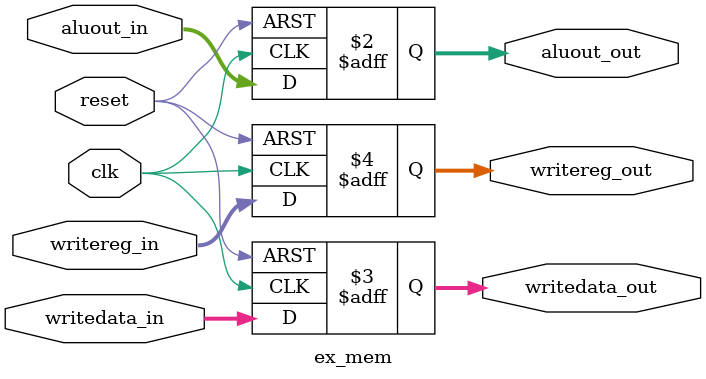
<source format=v>
module ex_mem(
    input clk,
    input reset,
    input [31:0] aluout_in,
    input [31:0] writedata_in,
    input [4:0]  writereg_in,
    output reg [31:0] aluout_out,
    output reg [31:0] writedata_out,
    output reg [4:0]  writereg_out
);

  always @(posedge clk or posedge reset) begin
    if (reset) begin
      aluout_out <= 0;
      writedata_out <= 0;
      writereg_out <= 0;
    end else begin
      aluout_out <= aluout_in;
      writedata_out <= writedata_in;
      writereg_out <= writereg_in;
    end
  end

endmodule

</source>
